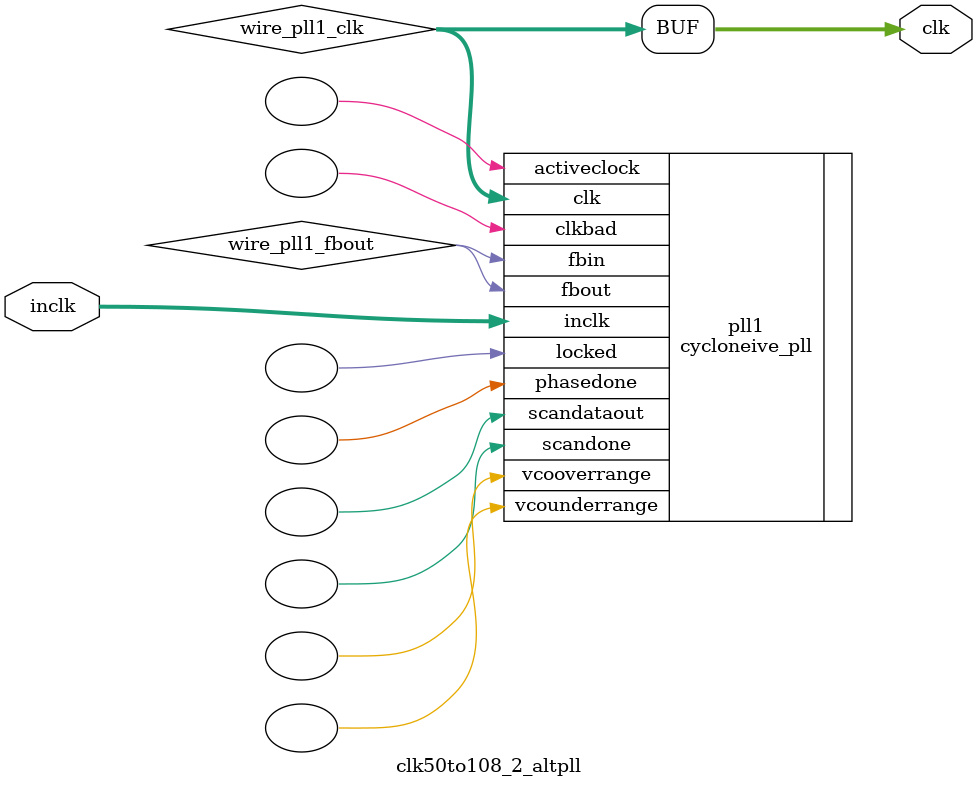
<source format=v>






//synthesis_resources = cycloneive_pll 1 
//synopsys translate_off
`timescale 1 ps / 1 ps
//synopsys translate_on
module  clk50to108_2_altpll
	( 
	clk,
	inclk) /* synthesis synthesis_clearbox=1 */;
	output   [4:0]  clk;
	input   [1:0]  inclk;
`ifndef ALTERA_RESERVED_QIS
// synopsys translate_off
`endif
	tri0   [1:0]  inclk;
`ifndef ALTERA_RESERVED_QIS
// synopsys translate_on
`endif

	wire  [4:0]   wire_pll1_clk;
	wire  wire_pll1_fbout;

	cycloneive_pll   pll1
	( 
	.activeclock(),
	.clk(wire_pll1_clk),
	.clkbad(),
	.fbin(wire_pll1_fbout),
	.fbout(wire_pll1_fbout),
	.inclk(inclk),
	.locked(),
	.phasedone(),
	.scandataout(),
	.scandone(),
	.vcooverrange(),
	.vcounderrange()
	`ifndef FORMAL_VERIFICATION
	// synopsys translate_off
	`endif
	,
	.areset(1'b0),
	.clkswitch(1'b0),
	.configupdate(1'b0),
	.pfdena(1'b1),
	.phasecounterselect({3{1'b0}}),
	.phasestep(1'b0),
	.phaseupdown(1'b0),
	.scanclk(1'b0),
	.scanclkena(1'b1),
	.scandata(1'b0)
	`ifndef FORMAL_VERIFICATION
	// synopsys translate_on
	`endif
	);
	defparam
		pll1.bandwidth_type = "auto",
		pll1.clk0_divide_by = 25,
		pll1.clk0_duty_cycle = 50,
		pll1.clk0_multiply_by = 54,
		pll1.clk0_phase_shift = "0",
		pll1.compensate_clock = "clk0",
		pll1.inclk0_input_frequency = 20000,
		pll1.operation_mode = "normal",
		pll1.pll_type = "auto",
		pll1.lpm_type = "cycloneive_pll";
	assign
		clk = {wire_pll1_clk[4:0]};
endmodule //clk50to108_2_altpll
//VALID FILE

</source>
